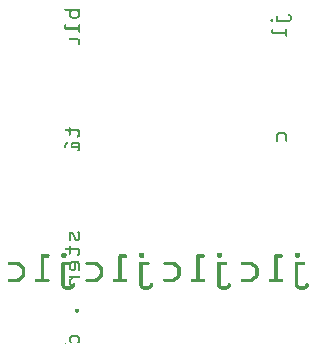
<source format=gbo>
G04 MADE WITH FRITZING*
G04 WWW.FRITZING.ORG*
G04 DOUBLE SIDED*
G04 HOLES PLATED*
G04 CONTOUR ON CENTER OF CONTOUR VECTOR*
%ASAXBY*%
%FSLAX23Y23*%
%MOIN*%
%OFA0B0*%
%SFA1.0B1.0*%
%ADD10R,0.001000X0.001000*%
%LNSILK0*%
G90*
G70*
G54D10*
X241Y4361D02*
X290Y4361D01*
X240Y4360D02*
X291Y4360D01*
X239Y4359D02*
X291Y4359D01*
X239Y4358D02*
X292Y4358D01*
X240Y4357D02*
X291Y4357D01*
X240Y4356D02*
X291Y4356D01*
X242Y4355D02*
X289Y4355D01*
X257Y4354D02*
X266Y4354D01*
X279Y4354D02*
X288Y4354D01*
X257Y4353D02*
X265Y4353D01*
X280Y4353D02*
X289Y4353D01*
X256Y4352D02*
X264Y4352D01*
X281Y4352D02*
X289Y4352D01*
X255Y4351D02*
X263Y4351D01*
X282Y4351D02*
X290Y4351D01*
X255Y4350D02*
X262Y4350D01*
X283Y4350D02*
X291Y4350D01*
X254Y4349D02*
X261Y4349D01*
X284Y4349D02*
X291Y4349D01*
X254Y4348D02*
X261Y4348D01*
X285Y4348D02*
X291Y4348D01*
X254Y4347D02*
X260Y4347D01*
X285Y4347D02*
X291Y4347D01*
X254Y4346D02*
X260Y4346D01*
X286Y4346D02*
X292Y4346D01*
X254Y4345D02*
X260Y4345D01*
X286Y4345D02*
X292Y4345D01*
X254Y4344D02*
X260Y4344D01*
X286Y4344D02*
X292Y4344D01*
X254Y4343D02*
X260Y4343D01*
X286Y4343D02*
X292Y4343D01*
X986Y4343D02*
X989Y4343D01*
X254Y4342D02*
X260Y4342D01*
X286Y4342D02*
X292Y4342D01*
X985Y4342D02*
X991Y4342D01*
X254Y4341D02*
X260Y4341D01*
X286Y4341D02*
X292Y4341D01*
X985Y4341D02*
X993Y4341D01*
X254Y4340D02*
X260Y4340D01*
X286Y4340D02*
X292Y4340D01*
X984Y4340D02*
X994Y4340D01*
X254Y4339D02*
X260Y4339D01*
X285Y4339D02*
X291Y4339D01*
X985Y4339D02*
X994Y4339D01*
X254Y4338D02*
X261Y4338D01*
X285Y4338D02*
X291Y4338D01*
X985Y4338D02*
X995Y4338D01*
X254Y4337D02*
X261Y4337D01*
X284Y4337D02*
X291Y4337D01*
X987Y4337D02*
X995Y4337D01*
X255Y4336D02*
X262Y4336D01*
X283Y4336D02*
X291Y4336D01*
X945Y4336D02*
X948Y4336D01*
X988Y4336D02*
X996Y4336D01*
X255Y4335D02*
X264Y4335D01*
X282Y4335D02*
X290Y4335D01*
X944Y4335D02*
X949Y4335D01*
X990Y4335D02*
X996Y4335D01*
X256Y4334D02*
X289Y4334D01*
X944Y4334D02*
X949Y4334D01*
X990Y4334D02*
X996Y4334D01*
X257Y4333D02*
X288Y4333D01*
X944Y4333D02*
X950Y4333D01*
X990Y4333D02*
X996Y4333D01*
X258Y4332D02*
X288Y4332D01*
X944Y4332D02*
X950Y4332D01*
X990Y4332D02*
X996Y4332D01*
X259Y4331D02*
X287Y4331D01*
X944Y4331D02*
X950Y4331D01*
X990Y4331D02*
X996Y4331D01*
X260Y4330D02*
X286Y4330D01*
X944Y4330D02*
X950Y4330D01*
X990Y4330D02*
X996Y4330D01*
X261Y4329D02*
X284Y4329D01*
X944Y4329D02*
X950Y4329D01*
X990Y4329D02*
X996Y4329D01*
X264Y4328D02*
X282Y4328D01*
X944Y4328D02*
X950Y4328D01*
X990Y4328D02*
X996Y4328D01*
X944Y4327D02*
X950Y4327D01*
X990Y4327D02*
X996Y4327D01*
X928Y4326D02*
X933Y4326D01*
X944Y4326D02*
X950Y4326D01*
X990Y4326D02*
X996Y4326D01*
X927Y4325D02*
X934Y4325D01*
X944Y4325D02*
X950Y4325D01*
X990Y4325D02*
X996Y4325D01*
X926Y4324D02*
X935Y4324D01*
X944Y4324D02*
X950Y4324D01*
X989Y4324D02*
X996Y4324D01*
X926Y4323D02*
X935Y4323D01*
X944Y4323D02*
X995Y4323D01*
X926Y4322D02*
X935Y4322D01*
X944Y4322D02*
X995Y4322D01*
X926Y4321D02*
X935Y4321D01*
X944Y4321D02*
X994Y4321D01*
X926Y4320D02*
X935Y4320D01*
X944Y4320D02*
X994Y4320D01*
X926Y4319D02*
X935Y4319D01*
X944Y4319D02*
X993Y4319D01*
X927Y4318D02*
X935Y4318D01*
X944Y4318D02*
X992Y4318D01*
X928Y4317D02*
X934Y4317D01*
X945Y4317D02*
X990Y4317D01*
X240Y4308D02*
X244Y4308D01*
X287Y4308D02*
X290Y4308D01*
X240Y4307D02*
X245Y4307D01*
X286Y4307D02*
X291Y4307D01*
X239Y4306D02*
X245Y4306D01*
X286Y4306D02*
X292Y4306D01*
X239Y4305D02*
X245Y4305D01*
X286Y4305D02*
X292Y4305D01*
X239Y4304D02*
X245Y4304D01*
X286Y4304D02*
X292Y4304D01*
X239Y4303D02*
X245Y4303D01*
X286Y4303D02*
X292Y4303D01*
X239Y4302D02*
X245Y4302D01*
X286Y4302D02*
X292Y4302D01*
X239Y4301D02*
X245Y4301D01*
X286Y4301D02*
X292Y4301D01*
X239Y4300D02*
X245Y4300D01*
X286Y4300D02*
X292Y4300D01*
X239Y4299D02*
X245Y4299D01*
X286Y4299D02*
X292Y4299D01*
X239Y4298D02*
X292Y4298D01*
X239Y4297D02*
X292Y4297D01*
X239Y4296D02*
X292Y4296D01*
X239Y4295D02*
X292Y4295D01*
X240Y4294D02*
X292Y4294D01*
X240Y4293D02*
X292Y4293D01*
X930Y4293D02*
X934Y4293D01*
X977Y4293D02*
X980Y4293D01*
X242Y4292D02*
X292Y4292D01*
X930Y4292D02*
X935Y4292D01*
X976Y4292D02*
X981Y4292D01*
X286Y4291D02*
X292Y4291D01*
X929Y4291D02*
X935Y4291D01*
X976Y4291D02*
X981Y4291D01*
X286Y4290D02*
X292Y4290D01*
X929Y4290D02*
X935Y4290D01*
X976Y4290D02*
X982Y4290D01*
X286Y4289D02*
X292Y4289D01*
X929Y4289D02*
X935Y4289D01*
X976Y4289D02*
X982Y4289D01*
X286Y4288D02*
X292Y4288D01*
X929Y4288D02*
X935Y4288D01*
X976Y4288D02*
X982Y4288D01*
X286Y4287D02*
X292Y4287D01*
X929Y4287D02*
X935Y4287D01*
X976Y4287D02*
X982Y4287D01*
X286Y4286D02*
X292Y4286D01*
X929Y4286D02*
X935Y4286D01*
X976Y4286D02*
X982Y4286D01*
X286Y4285D02*
X292Y4285D01*
X929Y4285D02*
X935Y4285D01*
X976Y4285D02*
X982Y4285D01*
X286Y4284D02*
X291Y4284D01*
X929Y4284D02*
X935Y4284D01*
X975Y4284D02*
X982Y4284D01*
X287Y4283D02*
X291Y4283D01*
X929Y4283D02*
X982Y4283D01*
X288Y4282D02*
X290Y4282D01*
X929Y4282D02*
X982Y4282D01*
X929Y4281D02*
X982Y4281D01*
X929Y4280D02*
X982Y4280D01*
X929Y4279D02*
X982Y4279D01*
X930Y4278D02*
X982Y4278D01*
X932Y4277D02*
X982Y4277D01*
X976Y4276D02*
X982Y4276D01*
X976Y4275D02*
X982Y4275D01*
X976Y4274D02*
X982Y4274D01*
X976Y4273D02*
X982Y4273D01*
X976Y4272D02*
X982Y4272D01*
X976Y4271D02*
X982Y4271D01*
X976Y4270D02*
X982Y4270D01*
X976Y4269D02*
X981Y4269D01*
X977Y4268D02*
X981Y4268D01*
X978Y4267D02*
X979Y4267D01*
X256Y4262D02*
X284Y4262D01*
X255Y4261D02*
X287Y4261D01*
X254Y4260D02*
X288Y4260D01*
X254Y4259D02*
X289Y4259D01*
X254Y4258D02*
X290Y4258D01*
X254Y4257D02*
X290Y4257D01*
X255Y4256D02*
X291Y4256D01*
X284Y4255D02*
X291Y4255D01*
X285Y4254D02*
X291Y4254D01*
X286Y4253D02*
X292Y4253D01*
X286Y4252D02*
X292Y4252D01*
X286Y4251D02*
X292Y4251D01*
X286Y4250D02*
X292Y4250D01*
X286Y4249D02*
X292Y4249D01*
X286Y4248D02*
X292Y4248D01*
X286Y4247D02*
X291Y4247D01*
X285Y4246D02*
X291Y4246D01*
X284Y4245D02*
X291Y4245D01*
X284Y4244D02*
X291Y4244D01*
X283Y4243D02*
X290Y4243D01*
X284Y4242D02*
X290Y4242D01*
X287Y4241D02*
X289Y4241D01*
X255Y3965D02*
X258Y3965D01*
X254Y3964D02*
X259Y3964D01*
X254Y3963D02*
X260Y3963D01*
X254Y3962D02*
X260Y3962D01*
X254Y3961D02*
X260Y3961D01*
X254Y3960D02*
X260Y3960D01*
X245Y3959D02*
X282Y3959D01*
X243Y3958D02*
X286Y3958D01*
X242Y3957D02*
X287Y3957D01*
X242Y3956D02*
X289Y3956D01*
X242Y3955D02*
X289Y3955D01*
X243Y3954D02*
X290Y3954D01*
X243Y3953D02*
X291Y3953D01*
X253Y3952D02*
X260Y3952D01*
X283Y3952D02*
X291Y3952D01*
X254Y3951D02*
X260Y3951D01*
X285Y3951D02*
X291Y3951D01*
X254Y3950D02*
X260Y3950D01*
X285Y3950D02*
X292Y3950D01*
X955Y3950D02*
X970Y3950D01*
X254Y3949D02*
X260Y3949D01*
X286Y3949D02*
X292Y3949D01*
X953Y3949D02*
X972Y3949D01*
X254Y3948D02*
X260Y3948D01*
X286Y3948D02*
X292Y3948D01*
X952Y3948D02*
X973Y3948D01*
X254Y3947D02*
X260Y3947D01*
X286Y3947D02*
X292Y3947D01*
X951Y3947D02*
X974Y3947D01*
X254Y3946D02*
X260Y3946D01*
X286Y3946D02*
X292Y3946D01*
X950Y3946D02*
X975Y3946D01*
X254Y3945D02*
X260Y3945D01*
X286Y3945D02*
X292Y3945D01*
X949Y3945D02*
X976Y3945D01*
X254Y3944D02*
X260Y3944D01*
X286Y3944D02*
X292Y3944D01*
X948Y3944D02*
X977Y3944D01*
X254Y3943D02*
X260Y3943D01*
X286Y3943D02*
X292Y3943D01*
X947Y3943D02*
X956Y3943D01*
X969Y3943D02*
X978Y3943D01*
X254Y3942D02*
X260Y3942D01*
X286Y3942D02*
X292Y3942D01*
X946Y3942D02*
X955Y3942D01*
X970Y3942D02*
X979Y3942D01*
X254Y3941D02*
X260Y3941D01*
X286Y3941D02*
X292Y3941D01*
X946Y3941D02*
X954Y3941D01*
X971Y3941D02*
X979Y3941D01*
X254Y3940D02*
X260Y3940D01*
X285Y3940D02*
X291Y3940D01*
X945Y3940D02*
X953Y3940D01*
X972Y3940D02*
X980Y3940D01*
X254Y3939D02*
X259Y3939D01*
X283Y3939D02*
X291Y3939D01*
X945Y3939D02*
X952Y3939D01*
X973Y3939D02*
X981Y3939D01*
X255Y3938D02*
X258Y3938D01*
X282Y3938D02*
X291Y3938D01*
X944Y3938D02*
X951Y3938D01*
X974Y3938D02*
X981Y3938D01*
X281Y3937D02*
X290Y3937D01*
X944Y3937D02*
X951Y3937D01*
X975Y3937D02*
X981Y3937D01*
X280Y3936D02*
X290Y3936D01*
X944Y3936D02*
X950Y3936D01*
X975Y3936D02*
X981Y3936D01*
X280Y3935D02*
X289Y3935D01*
X944Y3935D02*
X950Y3935D01*
X976Y3935D02*
X982Y3935D01*
X280Y3934D02*
X287Y3934D01*
X944Y3934D02*
X950Y3934D01*
X976Y3934D02*
X982Y3934D01*
X281Y3933D02*
X286Y3933D01*
X944Y3933D02*
X950Y3933D01*
X976Y3933D02*
X982Y3933D01*
X282Y3932D02*
X284Y3932D01*
X944Y3932D02*
X950Y3932D01*
X976Y3932D02*
X982Y3932D01*
X944Y3931D02*
X950Y3931D01*
X976Y3931D02*
X982Y3931D01*
X944Y3930D02*
X950Y3930D01*
X976Y3930D02*
X982Y3930D01*
X944Y3929D02*
X950Y3929D01*
X976Y3929D02*
X982Y3929D01*
X944Y3928D02*
X950Y3928D01*
X976Y3928D02*
X982Y3928D01*
X944Y3927D02*
X950Y3927D01*
X976Y3927D02*
X982Y3927D01*
X944Y3926D02*
X950Y3926D01*
X976Y3926D02*
X982Y3926D01*
X944Y3925D02*
X950Y3925D01*
X976Y3925D02*
X982Y3925D01*
X944Y3924D02*
X950Y3924D01*
X976Y3924D02*
X982Y3924D01*
X944Y3923D02*
X950Y3923D01*
X976Y3923D02*
X982Y3923D01*
X944Y3922D02*
X950Y3922D01*
X976Y3922D02*
X982Y3922D01*
X944Y3921D02*
X950Y3921D01*
X976Y3921D02*
X982Y3921D01*
X944Y3920D02*
X950Y3920D01*
X976Y3920D02*
X982Y3920D01*
X944Y3919D02*
X949Y3919D01*
X976Y3919D02*
X981Y3919D01*
X945Y3918D02*
X949Y3918D01*
X977Y3918D02*
X981Y3918D01*
X946Y3917D02*
X947Y3917D01*
X978Y3917D02*
X979Y3917D01*
X247Y3916D02*
X249Y3916D01*
X268Y3916D02*
X284Y3916D01*
X245Y3915D02*
X250Y3915D01*
X265Y3915D02*
X286Y3915D01*
X244Y3914D02*
X251Y3914D01*
X264Y3914D02*
X288Y3914D01*
X243Y3913D02*
X251Y3913D01*
X262Y3913D02*
X289Y3913D01*
X242Y3912D02*
X251Y3912D01*
X262Y3912D02*
X290Y3912D01*
X241Y3911D02*
X250Y3911D01*
X261Y3911D02*
X290Y3911D01*
X241Y3910D02*
X249Y3910D01*
X260Y3910D02*
X291Y3910D01*
X240Y3909D02*
X248Y3909D01*
X260Y3909D02*
X267Y3909D01*
X284Y3909D02*
X291Y3909D01*
X240Y3908D02*
X247Y3908D01*
X260Y3908D02*
X266Y3908D01*
X285Y3908D02*
X291Y3908D01*
X240Y3907D02*
X246Y3907D01*
X260Y3907D02*
X266Y3907D01*
X286Y3907D02*
X292Y3907D01*
X239Y3906D02*
X246Y3906D01*
X260Y3906D02*
X265Y3906D01*
X286Y3906D02*
X292Y3906D01*
X239Y3905D02*
X245Y3905D01*
X260Y3905D02*
X265Y3905D01*
X285Y3905D02*
X292Y3905D01*
X239Y3904D02*
X245Y3904D01*
X260Y3904D02*
X265Y3904D01*
X285Y3904D02*
X291Y3904D01*
X239Y3903D02*
X245Y3903D01*
X260Y3903D02*
X266Y3903D01*
X284Y3903D02*
X291Y3903D01*
X239Y3902D02*
X245Y3902D01*
X260Y3902D02*
X291Y3902D01*
X239Y3901D02*
X245Y3901D01*
X260Y3901D02*
X290Y3901D01*
X239Y3900D02*
X245Y3900D01*
X260Y3900D02*
X290Y3900D01*
X239Y3899D02*
X245Y3899D01*
X260Y3899D02*
X289Y3899D01*
X239Y3898D02*
X245Y3898D01*
X260Y3898D02*
X290Y3898D01*
X244Y3897D02*
X245Y3897D01*
X260Y3897D02*
X290Y3897D01*
X990Y3897D02*
X990Y3897D01*
X262Y3896D02*
X291Y3896D01*
X284Y3895D02*
X291Y3895D01*
X285Y3894D02*
X291Y3894D01*
X286Y3893D02*
X292Y3893D01*
X286Y3892D02*
X292Y3892D01*
X285Y3891D02*
X291Y3891D01*
X285Y3890D02*
X291Y3890D01*
X279Y3889D02*
X291Y3889D01*
X281Y3888D02*
X291Y3888D01*
X284Y3887D02*
X290Y3887D01*
X286Y3886D02*
X289Y3886D01*
X288Y3885D02*
X288Y3885D01*
X285Y3619D02*
X286Y3619D01*
X284Y3618D02*
X288Y3618D01*
X265Y3617D02*
X266Y3617D01*
X283Y3617D02*
X289Y3617D01*
X261Y3616D02*
X267Y3616D01*
X283Y3616D02*
X289Y3616D01*
X256Y3615D02*
X268Y3615D01*
X283Y3615D02*
X290Y3615D01*
X255Y3614D02*
X269Y3614D01*
X283Y3614D02*
X290Y3614D01*
X254Y3613D02*
X270Y3613D01*
X284Y3613D02*
X291Y3613D01*
X254Y3612D02*
X270Y3612D01*
X285Y3612D02*
X291Y3612D01*
X254Y3611D02*
X260Y3611D01*
X264Y3611D02*
X271Y3611D01*
X285Y3611D02*
X291Y3611D01*
X254Y3610D02*
X260Y3610D01*
X264Y3610D02*
X271Y3610D01*
X286Y3610D02*
X291Y3610D01*
X254Y3609D02*
X260Y3609D01*
X265Y3609D02*
X271Y3609D01*
X286Y3609D02*
X292Y3609D01*
X254Y3608D02*
X260Y3608D01*
X265Y3608D02*
X272Y3608D01*
X286Y3608D02*
X292Y3608D01*
X254Y3607D02*
X260Y3607D01*
X266Y3607D02*
X272Y3607D01*
X286Y3607D02*
X292Y3607D01*
X254Y3606D02*
X260Y3606D01*
X266Y3606D02*
X273Y3606D01*
X286Y3606D02*
X292Y3606D01*
X254Y3605D02*
X260Y3605D01*
X267Y3605D02*
X273Y3605D01*
X286Y3605D02*
X292Y3605D01*
X254Y3604D02*
X260Y3604D01*
X267Y3604D02*
X274Y3604D01*
X286Y3604D02*
X292Y3604D01*
X254Y3603D02*
X260Y3603D01*
X267Y3603D02*
X274Y3603D01*
X286Y3603D02*
X292Y3603D01*
X254Y3602D02*
X260Y3602D01*
X268Y3602D02*
X274Y3602D01*
X286Y3602D02*
X292Y3602D01*
X254Y3601D02*
X260Y3601D01*
X268Y3601D02*
X275Y3601D01*
X286Y3601D02*
X292Y3601D01*
X254Y3600D02*
X260Y3600D01*
X269Y3600D02*
X275Y3600D01*
X286Y3600D02*
X292Y3600D01*
X254Y3599D02*
X260Y3599D01*
X269Y3599D02*
X276Y3599D01*
X286Y3599D02*
X292Y3599D01*
X254Y3598D02*
X260Y3598D01*
X270Y3598D02*
X276Y3598D01*
X286Y3598D02*
X292Y3598D01*
X254Y3597D02*
X260Y3597D01*
X270Y3597D02*
X277Y3597D01*
X286Y3597D02*
X292Y3597D01*
X254Y3596D02*
X260Y3596D01*
X271Y3596D02*
X277Y3596D01*
X286Y3596D02*
X292Y3596D01*
X254Y3595D02*
X260Y3595D01*
X271Y3595D02*
X277Y3595D01*
X286Y3595D02*
X292Y3595D01*
X254Y3594D02*
X260Y3594D01*
X271Y3594D02*
X278Y3594D01*
X285Y3594D02*
X291Y3594D01*
X254Y3593D02*
X260Y3593D01*
X272Y3593D02*
X279Y3593D01*
X284Y3593D02*
X291Y3593D01*
X254Y3592D02*
X261Y3592D01*
X272Y3592D02*
X291Y3592D01*
X255Y3591D02*
X262Y3591D01*
X273Y3591D02*
X290Y3591D01*
X255Y3590D02*
X262Y3590D01*
X273Y3590D02*
X290Y3590D01*
X256Y3589D02*
X263Y3589D01*
X274Y3589D02*
X289Y3589D01*
X256Y3588D02*
X262Y3588D01*
X275Y3588D02*
X288Y3588D01*
X257Y3587D02*
X262Y3587D01*
X276Y3587D02*
X287Y3587D01*
X260Y3586D02*
X260Y3586D01*
X278Y3586D02*
X285Y3586D01*
X255Y3569D02*
X258Y3569D01*
X254Y3568D02*
X259Y3568D01*
X254Y3567D02*
X260Y3567D01*
X254Y3566D02*
X260Y3566D01*
X254Y3565D02*
X260Y3565D01*
X254Y3564D02*
X260Y3564D01*
X245Y3563D02*
X282Y3563D01*
X243Y3562D02*
X286Y3562D01*
X242Y3561D02*
X287Y3561D01*
X242Y3560D02*
X289Y3560D01*
X242Y3559D02*
X289Y3559D01*
X243Y3558D02*
X290Y3558D01*
X243Y3557D02*
X291Y3557D01*
X253Y3556D02*
X260Y3556D01*
X283Y3556D02*
X291Y3556D01*
X254Y3555D02*
X260Y3555D01*
X285Y3555D02*
X291Y3555D01*
X254Y3554D02*
X260Y3554D01*
X285Y3554D02*
X292Y3554D01*
X254Y3553D02*
X260Y3553D01*
X286Y3553D02*
X292Y3553D01*
X254Y3552D02*
X260Y3552D01*
X286Y3552D02*
X292Y3552D01*
X254Y3551D02*
X260Y3551D01*
X286Y3551D02*
X292Y3551D01*
X254Y3550D02*
X260Y3550D01*
X286Y3550D02*
X292Y3550D01*
X254Y3549D02*
X260Y3549D01*
X286Y3549D02*
X292Y3549D01*
X254Y3548D02*
X260Y3548D01*
X286Y3548D02*
X292Y3548D01*
X232Y3547D02*
X243Y3547D01*
X254Y3547D02*
X260Y3547D01*
X286Y3547D02*
X292Y3547D01*
X491Y3547D02*
X502Y3547D01*
X751Y3547D02*
X762Y3547D01*
X1010Y3547D02*
X1021Y3547D01*
X230Y3546D02*
X244Y3546D01*
X254Y3546D02*
X260Y3546D01*
X286Y3546D02*
X292Y3546D01*
X490Y3546D02*
X503Y3546D01*
X749Y3546D02*
X763Y3546D01*
X1009Y3546D02*
X1022Y3546D01*
X230Y3545D02*
X245Y3545D01*
X254Y3545D02*
X260Y3545D01*
X286Y3545D02*
X292Y3545D01*
X489Y3545D02*
X504Y3545D01*
X749Y3545D02*
X764Y3545D01*
X1008Y3545D02*
X1023Y3545D01*
X229Y3544D02*
X245Y3544D01*
X254Y3544D02*
X260Y3544D01*
X285Y3544D02*
X291Y3544D01*
X488Y3544D02*
X505Y3544D01*
X748Y3544D02*
X764Y3544D01*
X1007Y3544D02*
X1024Y3544D01*
X229Y3543D02*
X246Y3543D01*
X254Y3543D02*
X259Y3543D01*
X284Y3543D02*
X291Y3543D01*
X488Y3543D02*
X505Y3543D01*
X748Y3543D02*
X765Y3543D01*
X1007Y3543D02*
X1024Y3543D01*
X163Y3542D02*
X186Y3542D01*
X229Y3542D02*
X246Y3542D01*
X255Y3542D02*
X258Y3542D01*
X282Y3542D02*
X291Y3542D01*
X423Y3542D02*
X445Y3542D01*
X488Y3542D02*
X505Y3542D01*
X682Y3542D02*
X705Y3542D01*
X748Y3542D02*
X765Y3542D01*
X942Y3542D02*
X964Y3542D01*
X1007Y3542D02*
X1024Y3542D01*
X162Y3541D02*
X187Y3541D01*
X229Y3541D02*
X246Y3541D01*
X281Y3541D02*
X290Y3541D01*
X421Y3541D02*
X446Y3541D01*
X488Y3541D02*
X505Y3541D01*
X681Y3541D02*
X706Y3541D01*
X748Y3541D02*
X765Y3541D01*
X940Y3541D02*
X966Y3541D01*
X1007Y3541D02*
X1024Y3541D01*
X161Y3540D02*
X188Y3540D01*
X229Y3540D02*
X246Y3540D01*
X280Y3540D02*
X290Y3540D01*
X420Y3540D02*
X447Y3540D01*
X488Y3540D02*
X505Y3540D01*
X680Y3540D02*
X707Y3540D01*
X748Y3540D02*
X765Y3540D01*
X939Y3540D02*
X966Y3540D01*
X1007Y3540D02*
X1024Y3540D01*
X160Y3539D02*
X188Y3539D01*
X229Y3539D02*
X246Y3539D01*
X280Y3539D02*
X289Y3539D01*
X420Y3539D02*
X448Y3539D01*
X488Y3539D02*
X505Y3539D01*
X679Y3539D02*
X707Y3539D01*
X748Y3539D02*
X765Y3539D01*
X939Y3539D02*
X967Y3539D01*
X1007Y3539D02*
X1024Y3539D01*
X160Y3538D02*
X189Y3538D01*
X229Y3538D02*
X246Y3538D01*
X280Y3538D02*
X287Y3538D01*
X420Y3538D02*
X448Y3538D01*
X488Y3538D02*
X505Y3538D01*
X679Y3538D02*
X708Y3538D01*
X748Y3538D02*
X765Y3538D01*
X939Y3538D02*
X967Y3538D01*
X1007Y3538D02*
X1024Y3538D01*
X160Y3537D02*
X189Y3537D01*
X229Y3537D02*
X246Y3537D01*
X281Y3537D02*
X286Y3537D01*
X419Y3537D02*
X448Y3537D01*
X488Y3537D02*
X505Y3537D01*
X679Y3537D02*
X708Y3537D01*
X748Y3537D02*
X765Y3537D01*
X938Y3537D02*
X967Y3537D01*
X1007Y3537D02*
X1024Y3537D01*
X160Y3536D02*
X189Y3536D01*
X229Y3536D02*
X246Y3536D01*
X282Y3536D02*
X284Y3536D01*
X419Y3536D02*
X448Y3536D01*
X488Y3536D02*
X505Y3536D01*
X679Y3536D02*
X708Y3536D01*
X748Y3536D02*
X765Y3536D01*
X938Y3536D02*
X967Y3536D01*
X1007Y3536D02*
X1024Y3536D01*
X160Y3535D02*
X188Y3535D01*
X229Y3535D02*
X245Y3535D01*
X419Y3535D02*
X448Y3535D01*
X488Y3535D02*
X505Y3535D01*
X679Y3535D02*
X707Y3535D01*
X748Y3535D02*
X764Y3535D01*
X938Y3535D02*
X967Y3535D01*
X1007Y3535D02*
X1024Y3535D01*
X160Y3534D02*
X188Y3534D01*
X229Y3534D02*
X245Y3534D01*
X419Y3534D02*
X447Y3534D01*
X489Y3534D02*
X504Y3534D01*
X679Y3534D02*
X707Y3534D01*
X748Y3534D02*
X764Y3534D01*
X938Y3534D02*
X966Y3534D01*
X1008Y3534D02*
X1023Y3534D01*
X160Y3533D02*
X187Y3533D01*
X230Y3533D02*
X244Y3533D01*
X419Y3533D02*
X447Y3533D01*
X490Y3533D02*
X504Y3533D01*
X679Y3533D02*
X706Y3533D01*
X749Y3533D02*
X763Y3533D01*
X938Y3533D02*
X966Y3533D01*
X1009Y3533D02*
X1023Y3533D01*
X160Y3532D02*
X186Y3532D01*
X231Y3532D02*
X243Y3532D01*
X419Y3532D02*
X446Y3532D01*
X491Y3532D02*
X503Y3532D01*
X679Y3532D02*
X705Y3532D01*
X750Y3532D02*
X762Y3532D01*
X938Y3532D02*
X965Y3532D01*
X1010Y3532D02*
X1022Y3532D01*
X160Y3531D02*
X184Y3531D01*
X233Y3531D02*
X241Y3531D01*
X419Y3531D02*
X444Y3531D01*
X493Y3531D02*
X501Y3531D01*
X679Y3531D02*
X703Y3531D01*
X752Y3531D02*
X760Y3531D01*
X938Y3531D02*
X963Y3531D01*
X1012Y3531D02*
X1020Y3531D01*
X160Y3530D02*
X171Y3530D01*
X419Y3530D02*
X430Y3530D01*
X679Y3530D02*
X690Y3530D01*
X938Y3530D02*
X950Y3530D01*
X160Y3529D02*
X171Y3529D01*
X419Y3529D02*
X430Y3529D01*
X679Y3529D02*
X690Y3529D01*
X938Y3529D02*
X950Y3529D01*
X160Y3528D02*
X171Y3528D01*
X419Y3528D02*
X430Y3528D01*
X679Y3528D02*
X690Y3528D01*
X938Y3528D02*
X950Y3528D01*
X160Y3527D02*
X171Y3527D01*
X419Y3527D02*
X430Y3527D01*
X679Y3527D02*
X690Y3527D01*
X938Y3527D02*
X950Y3527D01*
X160Y3526D02*
X171Y3526D01*
X419Y3526D02*
X430Y3526D01*
X679Y3526D02*
X690Y3526D01*
X938Y3526D02*
X950Y3526D01*
X160Y3525D02*
X171Y3525D01*
X419Y3525D02*
X430Y3525D01*
X679Y3525D02*
X690Y3525D01*
X938Y3525D02*
X950Y3525D01*
X160Y3524D02*
X171Y3524D01*
X419Y3524D02*
X430Y3524D01*
X679Y3524D02*
X690Y3524D01*
X938Y3524D02*
X950Y3524D01*
X160Y3523D02*
X171Y3523D01*
X419Y3523D02*
X430Y3523D01*
X679Y3523D02*
X690Y3523D01*
X938Y3523D02*
X950Y3523D01*
X160Y3522D02*
X171Y3522D01*
X419Y3522D02*
X430Y3522D01*
X679Y3522D02*
X690Y3522D01*
X938Y3522D02*
X950Y3522D01*
X160Y3521D02*
X171Y3521D01*
X419Y3521D02*
X430Y3521D01*
X679Y3521D02*
X690Y3521D01*
X938Y3521D02*
X950Y3521D01*
X160Y3520D02*
X171Y3520D01*
X264Y3520D02*
X282Y3520D01*
X419Y3520D02*
X430Y3520D01*
X679Y3520D02*
X690Y3520D01*
X938Y3520D02*
X950Y3520D01*
X160Y3519D02*
X171Y3519D01*
X262Y3519D02*
X284Y3519D01*
X419Y3519D02*
X430Y3519D01*
X679Y3519D02*
X690Y3519D01*
X938Y3519D02*
X950Y3519D01*
X160Y3518D02*
X171Y3518D01*
X260Y3518D02*
X286Y3518D01*
X419Y3518D02*
X430Y3518D01*
X679Y3518D02*
X690Y3518D01*
X938Y3518D02*
X950Y3518D01*
X53Y3517D02*
X84Y3517D01*
X160Y3517D02*
X171Y3517D01*
X232Y3517D02*
X287Y3517D01*
X313Y3517D02*
X344Y3517D01*
X419Y3517D02*
X430Y3517D01*
X492Y3517D02*
X519Y3517D01*
X572Y3517D02*
X603Y3517D01*
X679Y3517D02*
X690Y3517D01*
X751Y3517D02*
X779Y3517D01*
X832Y3517D02*
X863Y3517D01*
X938Y3517D02*
X950Y3517D01*
X1011Y3517D02*
X1038Y3517D01*
X52Y3516D02*
X87Y3516D01*
X160Y3516D02*
X171Y3516D01*
X231Y3516D02*
X288Y3516D01*
X311Y3516D02*
X347Y3516D01*
X419Y3516D02*
X430Y3516D01*
X490Y3516D02*
X521Y3516D01*
X571Y3516D02*
X606Y3516D01*
X679Y3516D02*
X690Y3516D01*
X750Y3516D02*
X780Y3516D01*
X830Y3516D02*
X866Y3516D01*
X938Y3516D02*
X950Y3516D01*
X1009Y3516D02*
X1040Y3516D01*
X51Y3515D02*
X90Y3515D01*
X160Y3515D02*
X171Y3515D01*
X230Y3515D02*
X288Y3515D01*
X310Y3515D02*
X349Y3515D01*
X419Y3515D02*
X430Y3515D01*
X489Y3515D02*
X522Y3515D01*
X570Y3515D02*
X609Y3515D01*
X679Y3515D02*
X690Y3515D01*
X749Y3515D02*
X781Y3515D01*
X829Y3515D02*
X868Y3515D01*
X938Y3515D02*
X950Y3515D01*
X1008Y3515D02*
X1041Y3515D01*
X50Y3514D02*
X91Y3514D01*
X160Y3514D02*
X171Y3514D01*
X229Y3514D02*
X289Y3514D01*
X310Y3514D02*
X351Y3514D01*
X419Y3514D02*
X430Y3514D01*
X489Y3514D02*
X522Y3514D01*
X569Y3514D02*
X610Y3514D01*
X679Y3514D02*
X690Y3514D01*
X748Y3514D02*
X782Y3514D01*
X829Y3514D02*
X870Y3514D01*
X938Y3514D02*
X950Y3514D01*
X1008Y3514D02*
X1041Y3514D01*
X50Y3513D02*
X93Y3513D01*
X160Y3513D02*
X171Y3513D01*
X229Y3513D02*
X264Y3513D01*
X270Y3513D02*
X276Y3513D01*
X281Y3513D02*
X290Y3513D01*
X309Y3513D02*
X352Y3513D01*
X419Y3513D02*
X430Y3513D01*
X488Y3513D02*
X523Y3513D01*
X569Y3513D02*
X612Y3513D01*
X679Y3513D02*
X690Y3513D01*
X748Y3513D02*
X782Y3513D01*
X828Y3513D02*
X871Y3513D01*
X938Y3513D02*
X950Y3513D01*
X1007Y3513D02*
X1042Y3513D01*
X50Y3512D02*
X94Y3512D01*
X160Y3512D02*
X171Y3512D01*
X229Y3512D02*
X263Y3512D01*
X270Y3512D02*
X276Y3512D01*
X283Y3512D02*
X290Y3512D01*
X309Y3512D02*
X353Y3512D01*
X419Y3512D02*
X430Y3512D01*
X488Y3512D02*
X523Y3512D01*
X569Y3512D02*
X613Y3512D01*
X679Y3512D02*
X690Y3512D01*
X748Y3512D02*
X782Y3512D01*
X828Y3512D02*
X872Y3512D01*
X938Y3512D02*
X950Y3512D01*
X1007Y3512D02*
X1042Y3512D01*
X50Y3511D02*
X95Y3511D01*
X160Y3511D02*
X171Y3511D01*
X229Y3511D02*
X263Y3511D01*
X270Y3511D02*
X276Y3511D01*
X284Y3511D02*
X291Y3511D01*
X309Y3511D02*
X354Y3511D01*
X419Y3511D02*
X430Y3511D01*
X488Y3511D02*
X523Y3511D01*
X569Y3511D02*
X614Y3511D01*
X679Y3511D02*
X690Y3511D01*
X748Y3511D02*
X782Y3511D01*
X828Y3511D02*
X873Y3511D01*
X938Y3511D02*
X950Y3511D01*
X1007Y3511D02*
X1042Y3511D01*
X50Y3510D02*
X96Y3510D01*
X160Y3510D02*
X171Y3510D01*
X229Y3510D02*
X263Y3510D01*
X270Y3510D02*
X276Y3510D01*
X285Y3510D02*
X291Y3510D01*
X309Y3510D02*
X356Y3510D01*
X419Y3510D02*
X430Y3510D01*
X488Y3510D02*
X523Y3510D01*
X569Y3510D02*
X615Y3510D01*
X679Y3510D02*
X690Y3510D01*
X748Y3510D02*
X782Y3510D01*
X828Y3510D02*
X875Y3510D01*
X938Y3510D02*
X950Y3510D01*
X1007Y3510D02*
X1042Y3510D01*
X50Y3509D02*
X97Y3509D01*
X160Y3509D02*
X171Y3509D01*
X229Y3509D02*
X263Y3509D01*
X270Y3509D02*
X276Y3509D01*
X285Y3509D02*
X291Y3509D01*
X310Y3509D02*
X357Y3509D01*
X419Y3509D02*
X430Y3509D01*
X488Y3509D02*
X522Y3509D01*
X569Y3509D02*
X616Y3509D01*
X679Y3509D02*
X690Y3509D01*
X748Y3509D02*
X782Y3509D01*
X829Y3509D02*
X876Y3509D01*
X938Y3509D02*
X950Y3509D01*
X1007Y3509D02*
X1041Y3509D01*
X51Y3508D02*
X98Y3508D01*
X160Y3508D02*
X171Y3508D01*
X229Y3508D02*
X262Y3508D01*
X270Y3508D02*
X276Y3508D01*
X286Y3508D02*
X292Y3508D01*
X310Y3508D02*
X358Y3508D01*
X419Y3508D02*
X430Y3508D01*
X488Y3508D02*
X522Y3508D01*
X570Y3508D02*
X617Y3508D01*
X679Y3508D02*
X690Y3508D01*
X748Y3508D02*
X781Y3508D01*
X829Y3508D02*
X877Y3508D01*
X938Y3508D02*
X950Y3508D01*
X1007Y3508D02*
X1041Y3508D01*
X52Y3507D02*
X99Y3507D01*
X160Y3507D02*
X171Y3507D01*
X229Y3507D02*
X261Y3507D01*
X270Y3507D02*
X276Y3507D01*
X286Y3507D02*
X292Y3507D01*
X311Y3507D02*
X359Y3507D01*
X419Y3507D02*
X430Y3507D01*
X488Y3507D02*
X521Y3507D01*
X571Y3507D02*
X618Y3507D01*
X679Y3507D02*
X690Y3507D01*
X748Y3507D02*
X780Y3507D01*
X830Y3507D02*
X878Y3507D01*
X938Y3507D02*
X950Y3507D01*
X1007Y3507D02*
X1040Y3507D01*
X53Y3506D02*
X100Y3506D01*
X160Y3506D02*
X171Y3506D01*
X229Y3506D02*
X260Y3506D01*
X270Y3506D02*
X276Y3506D01*
X286Y3506D02*
X292Y3506D01*
X313Y3506D02*
X360Y3506D01*
X419Y3506D02*
X430Y3506D01*
X488Y3506D02*
X519Y3506D01*
X572Y3506D02*
X619Y3506D01*
X679Y3506D02*
X690Y3506D01*
X748Y3506D02*
X779Y3506D01*
X832Y3506D02*
X879Y3506D01*
X938Y3506D02*
X950Y3506D01*
X1007Y3506D02*
X1038Y3506D01*
X83Y3505D02*
X101Y3505D01*
X160Y3505D02*
X171Y3505D01*
X229Y3505D02*
X240Y3505D01*
X254Y3505D02*
X260Y3505D01*
X270Y3505D02*
X276Y3505D01*
X286Y3505D02*
X292Y3505D01*
X343Y3505D02*
X361Y3505D01*
X419Y3505D02*
X430Y3505D01*
X488Y3505D02*
X499Y3505D01*
X602Y3505D02*
X620Y3505D01*
X679Y3505D02*
X690Y3505D01*
X748Y3505D02*
X759Y3505D01*
X862Y3505D02*
X880Y3505D01*
X938Y3505D02*
X950Y3505D01*
X1007Y3505D02*
X1018Y3505D01*
X85Y3504D02*
X102Y3504D01*
X160Y3504D02*
X171Y3504D01*
X229Y3504D02*
X240Y3504D01*
X254Y3504D02*
X260Y3504D01*
X270Y3504D02*
X276Y3504D01*
X286Y3504D02*
X292Y3504D01*
X344Y3504D02*
X362Y3504D01*
X419Y3504D02*
X430Y3504D01*
X488Y3504D02*
X499Y3504D01*
X604Y3504D02*
X621Y3504D01*
X679Y3504D02*
X690Y3504D01*
X748Y3504D02*
X759Y3504D01*
X863Y3504D02*
X881Y3504D01*
X938Y3504D02*
X950Y3504D01*
X1007Y3504D02*
X1018Y3504D01*
X86Y3503D02*
X103Y3503D01*
X160Y3503D02*
X171Y3503D01*
X229Y3503D02*
X240Y3503D01*
X254Y3503D02*
X260Y3503D01*
X270Y3503D02*
X276Y3503D01*
X286Y3503D02*
X292Y3503D01*
X345Y3503D02*
X363Y3503D01*
X419Y3503D02*
X430Y3503D01*
X488Y3503D02*
X499Y3503D01*
X605Y3503D02*
X622Y3503D01*
X679Y3503D02*
X690Y3503D01*
X748Y3503D02*
X759Y3503D01*
X864Y3503D02*
X882Y3503D01*
X938Y3503D02*
X950Y3503D01*
X1007Y3503D02*
X1018Y3503D01*
X87Y3502D02*
X104Y3502D01*
X160Y3502D02*
X171Y3502D01*
X229Y3502D02*
X240Y3502D01*
X254Y3502D02*
X260Y3502D01*
X270Y3502D02*
X276Y3502D01*
X286Y3502D02*
X292Y3502D01*
X347Y3502D02*
X364Y3502D01*
X419Y3502D02*
X430Y3502D01*
X488Y3502D02*
X499Y3502D01*
X606Y3502D02*
X623Y3502D01*
X679Y3502D02*
X690Y3502D01*
X748Y3502D02*
X759Y3502D01*
X866Y3502D02*
X883Y3502D01*
X938Y3502D02*
X950Y3502D01*
X1007Y3502D02*
X1018Y3502D01*
X88Y3501D02*
X105Y3501D01*
X160Y3501D02*
X171Y3501D01*
X229Y3501D02*
X240Y3501D01*
X254Y3501D02*
X260Y3501D01*
X270Y3501D02*
X276Y3501D01*
X286Y3501D02*
X292Y3501D01*
X348Y3501D02*
X364Y3501D01*
X419Y3501D02*
X430Y3501D01*
X488Y3501D02*
X499Y3501D01*
X607Y3501D02*
X624Y3501D01*
X679Y3501D02*
X690Y3501D01*
X748Y3501D02*
X759Y3501D01*
X867Y3501D02*
X883Y3501D01*
X938Y3501D02*
X950Y3501D01*
X1007Y3501D02*
X1018Y3501D01*
X89Y3500D02*
X106Y3500D01*
X160Y3500D02*
X171Y3500D01*
X229Y3500D02*
X240Y3500D01*
X254Y3500D02*
X260Y3500D01*
X270Y3500D02*
X276Y3500D01*
X286Y3500D02*
X292Y3500D01*
X349Y3500D02*
X365Y3500D01*
X419Y3500D02*
X430Y3500D01*
X488Y3500D02*
X499Y3500D01*
X608Y3500D02*
X625Y3500D01*
X679Y3500D02*
X690Y3500D01*
X748Y3500D02*
X759Y3500D01*
X868Y3500D02*
X884Y3500D01*
X938Y3500D02*
X950Y3500D01*
X1007Y3500D02*
X1018Y3500D01*
X91Y3499D02*
X106Y3499D01*
X160Y3499D02*
X171Y3499D01*
X229Y3499D02*
X240Y3499D01*
X254Y3499D02*
X260Y3499D01*
X270Y3499D02*
X276Y3499D01*
X286Y3499D02*
X292Y3499D01*
X350Y3499D02*
X366Y3499D01*
X419Y3499D02*
X430Y3499D01*
X488Y3499D02*
X499Y3499D01*
X610Y3499D02*
X625Y3499D01*
X679Y3499D02*
X690Y3499D01*
X748Y3499D02*
X759Y3499D01*
X869Y3499D02*
X885Y3499D01*
X938Y3499D02*
X950Y3499D01*
X1007Y3499D02*
X1018Y3499D01*
X92Y3498D02*
X107Y3498D01*
X160Y3498D02*
X171Y3498D01*
X229Y3498D02*
X240Y3498D01*
X254Y3498D02*
X260Y3498D01*
X270Y3498D02*
X276Y3498D01*
X286Y3498D02*
X292Y3498D01*
X351Y3498D02*
X366Y3498D01*
X419Y3498D02*
X430Y3498D01*
X488Y3498D02*
X499Y3498D01*
X611Y3498D02*
X626Y3498D01*
X679Y3498D02*
X690Y3498D01*
X748Y3498D02*
X759Y3498D01*
X870Y3498D02*
X885Y3498D01*
X938Y3498D02*
X950Y3498D01*
X1007Y3498D02*
X1018Y3498D01*
X93Y3497D02*
X107Y3497D01*
X160Y3497D02*
X171Y3497D01*
X229Y3497D02*
X240Y3497D01*
X254Y3497D02*
X260Y3497D01*
X270Y3497D02*
X276Y3497D01*
X286Y3497D02*
X292Y3497D01*
X352Y3497D02*
X367Y3497D01*
X419Y3497D02*
X430Y3497D01*
X488Y3497D02*
X499Y3497D01*
X612Y3497D02*
X626Y3497D01*
X679Y3497D02*
X690Y3497D01*
X748Y3497D02*
X759Y3497D01*
X871Y3497D02*
X886Y3497D01*
X938Y3497D02*
X950Y3497D01*
X1007Y3497D02*
X1018Y3497D01*
X94Y3496D02*
X107Y3496D01*
X160Y3496D02*
X171Y3496D01*
X229Y3496D02*
X240Y3496D01*
X254Y3496D02*
X261Y3496D01*
X270Y3496D02*
X276Y3496D01*
X286Y3496D02*
X292Y3496D01*
X354Y3496D02*
X367Y3496D01*
X419Y3496D02*
X430Y3496D01*
X488Y3496D02*
X499Y3496D01*
X613Y3496D02*
X626Y3496D01*
X679Y3496D02*
X690Y3496D01*
X748Y3496D02*
X759Y3496D01*
X873Y3496D02*
X886Y3496D01*
X938Y3496D02*
X950Y3496D01*
X1007Y3496D02*
X1018Y3496D01*
X95Y3495D02*
X108Y3495D01*
X160Y3495D02*
X171Y3495D01*
X229Y3495D02*
X240Y3495D01*
X255Y3495D02*
X262Y3495D01*
X270Y3495D02*
X276Y3495D01*
X286Y3495D02*
X292Y3495D01*
X355Y3495D02*
X367Y3495D01*
X419Y3495D02*
X430Y3495D01*
X488Y3495D02*
X499Y3495D01*
X614Y3495D02*
X627Y3495D01*
X679Y3495D02*
X690Y3495D01*
X748Y3495D02*
X759Y3495D01*
X874Y3495D02*
X886Y3495D01*
X938Y3495D02*
X950Y3495D01*
X1007Y3495D02*
X1018Y3495D01*
X96Y3494D02*
X108Y3494D01*
X160Y3494D02*
X171Y3494D01*
X229Y3494D02*
X240Y3494D01*
X255Y3494D02*
X263Y3494D01*
X270Y3494D02*
X276Y3494D01*
X286Y3494D02*
X292Y3494D01*
X356Y3494D02*
X367Y3494D01*
X419Y3494D02*
X430Y3494D01*
X488Y3494D02*
X499Y3494D01*
X615Y3494D02*
X627Y3494D01*
X679Y3494D02*
X690Y3494D01*
X748Y3494D02*
X759Y3494D01*
X875Y3494D02*
X886Y3494D01*
X938Y3494D02*
X950Y3494D01*
X1007Y3494D02*
X1018Y3494D01*
X97Y3493D02*
X108Y3493D01*
X160Y3493D02*
X171Y3493D01*
X229Y3493D02*
X240Y3493D01*
X256Y3493D02*
X276Y3493D01*
X286Y3493D02*
X292Y3493D01*
X356Y3493D02*
X367Y3493D01*
X419Y3493D02*
X430Y3493D01*
X488Y3493D02*
X499Y3493D01*
X616Y3493D02*
X627Y3493D01*
X679Y3493D02*
X690Y3493D01*
X748Y3493D02*
X759Y3493D01*
X875Y3493D02*
X886Y3493D01*
X938Y3493D02*
X950Y3493D01*
X1007Y3493D02*
X1018Y3493D01*
X97Y3492D02*
X108Y3492D01*
X160Y3492D02*
X171Y3492D01*
X229Y3492D02*
X240Y3492D01*
X256Y3492D02*
X276Y3492D01*
X286Y3492D02*
X292Y3492D01*
X356Y3492D02*
X368Y3492D01*
X419Y3492D02*
X430Y3492D01*
X488Y3492D02*
X499Y3492D01*
X616Y3492D02*
X627Y3492D01*
X679Y3492D02*
X690Y3492D01*
X748Y3492D02*
X759Y3492D01*
X875Y3492D02*
X887Y3492D01*
X938Y3492D02*
X950Y3492D01*
X1007Y3492D02*
X1018Y3492D01*
X97Y3491D02*
X108Y3491D01*
X160Y3491D02*
X171Y3491D01*
X229Y3491D02*
X240Y3491D01*
X257Y3491D02*
X276Y3491D01*
X286Y3491D02*
X292Y3491D01*
X357Y3491D02*
X368Y3491D01*
X419Y3491D02*
X430Y3491D01*
X488Y3491D02*
X499Y3491D01*
X616Y3491D02*
X627Y3491D01*
X679Y3491D02*
X690Y3491D01*
X748Y3491D02*
X759Y3491D01*
X876Y3491D02*
X887Y3491D01*
X938Y3491D02*
X950Y3491D01*
X1007Y3491D02*
X1018Y3491D01*
X97Y3490D02*
X108Y3490D01*
X160Y3490D02*
X171Y3490D01*
X229Y3490D02*
X240Y3490D01*
X258Y3490D02*
X276Y3490D01*
X286Y3490D02*
X292Y3490D01*
X357Y3490D02*
X368Y3490D01*
X419Y3490D02*
X430Y3490D01*
X488Y3490D02*
X499Y3490D01*
X616Y3490D02*
X627Y3490D01*
X679Y3490D02*
X690Y3490D01*
X748Y3490D02*
X759Y3490D01*
X876Y3490D02*
X887Y3490D01*
X938Y3490D02*
X950Y3490D01*
X1007Y3490D02*
X1018Y3490D01*
X97Y3489D02*
X108Y3489D01*
X160Y3489D02*
X171Y3489D01*
X229Y3489D02*
X240Y3489D01*
X259Y3489D02*
X276Y3489D01*
X286Y3489D02*
X291Y3489D01*
X357Y3489D02*
X368Y3489D01*
X419Y3489D02*
X430Y3489D01*
X488Y3489D02*
X499Y3489D01*
X616Y3489D02*
X627Y3489D01*
X679Y3489D02*
X690Y3489D01*
X748Y3489D02*
X759Y3489D01*
X876Y3489D02*
X887Y3489D01*
X938Y3489D02*
X950Y3489D01*
X1007Y3489D02*
X1018Y3489D01*
X97Y3488D02*
X108Y3488D01*
X160Y3488D02*
X171Y3488D01*
X229Y3488D02*
X240Y3488D01*
X261Y3488D02*
X275Y3488D01*
X286Y3488D02*
X291Y3488D01*
X357Y3488D02*
X368Y3488D01*
X419Y3488D02*
X430Y3488D01*
X488Y3488D02*
X499Y3488D01*
X616Y3488D02*
X627Y3488D01*
X679Y3488D02*
X690Y3488D01*
X748Y3488D02*
X759Y3488D01*
X876Y3488D02*
X887Y3488D01*
X938Y3488D02*
X950Y3488D01*
X1007Y3488D02*
X1018Y3488D01*
X97Y3487D02*
X108Y3487D01*
X160Y3487D02*
X171Y3487D01*
X229Y3487D02*
X240Y3487D01*
X262Y3487D02*
X274Y3487D01*
X287Y3487D02*
X290Y3487D01*
X357Y3487D02*
X368Y3487D01*
X419Y3487D02*
X430Y3487D01*
X488Y3487D02*
X499Y3487D01*
X616Y3487D02*
X627Y3487D01*
X679Y3487D02*
X690Y3487D01*
X748Y3487D02*
X759Y3487D01*
X876Y3487D02*
X887Y3487D01*
X938Y3487D02*
X950Y3487D01*
X1007Y3487D02*
X1018Y3487D01*
X97Y3486D02*
X108Y3486D01*
X160Y3486D02*
X171Y3486D01*
X229Y3486D02*
X240Y3486D01*
X357Y3486D02*
X368Y3486D01*
X419Y3486D02*
X430Y3486D01*
X488Y3486D02*
X499Y3486D01*
X616Y3486D02*
X627Y3486D01*
X679Y3486D02*
X690Y3486D01*
X748Y3486D02*
X759Y3486D01*
X876Y3486D02*
X887Y3486D01*
X938Y3486D02*
X950Y3486D01*
X1007Y3486D02*
X1018Y3486D01*
X97Y3485D02*
X108Y3485D01*
X160Y3485D02*
X171Y3485D01*
X229Y3485D02*
X240Y3485D01*
X357Y3485D02*
X368Y3485D01*
X419Y3485D02*
X430Y3485D01*
X488Y3485D02*
X499Y3485D01*
X616Y3485D02*
X627Y3485D01*
X679Y3485D02*
X690Y3485D01*
X748Y3485D02*
X759Y3485D01*
X876Y3485D02*
X887Y3485D01*
X938Y3485D02*
X950Y3485D01*
X1007Y3485D02*
X1018Y3485D01*
X97Y3484D02*
X108Y3484D01*
X160Y3484D02*
X171Y3484D01*
X229Y3484D02*
X240Y3484D01*
X357Y3484D02*
X368Y3484D01*
X419Y3484D02*
X430Y3484D01*
X488Y3484D02*
X499Y3484D01*
X616Y3484D02*
X627Y3484D01*
X679Y3484D02*
X690Y3484D01*
X748Y3484D02*
X759Y3484D01*
X876Y3484D02*
X887Y3484D01*
X938Y3484D02*
X950Y3484D01*
X1007Y3484D02*
X1018Y3484D01*
X97Y3483D02*
X108Y3483D01*
X160Y3483D02*
X171Y3483D01*
X229Y3483D02*
X240Y3483D01*
X357Y3483D02*
X368Y3483D01*
X419Y3483D02*
X430Y3483D01*
X488Y3483D02*
X499Y3483D01*
X616Y3483D02*
X627Y3483D01*
X679Y3483D02*
X690Y3483D01*
X748Y3483D02*
X759Y3483D01*
X876Y3483D02*
X887Y3483D01*
X938Y3483D02*
X950Y3483D01*
X1007Y3483D02*
X1018Y3483D01*
X97Y3482D02*
X108Y3482D01*
X160Y3482D02*
X171Y3482D01*
X229Y3482D02*
X240Y3482D01*
X357Y3482D02*
X368Y3482D01*
X419Y3482D02*
X430Y3482D01*
X488Y3482D02*
X499Y3482D01*
X616Y3482D02*
X627Y3482D01*
X679Y3482D02*
X690Y3482D01*
X748Y3482D02*
X759Y3482D01*
X876Y3482D02*
X887Y3482D01*
X938Y3482D02*
X950Y3482D01*
X1007Y3482D02*
X1018Y3482D01*
X97Y3481D02*
X108Y3481D01*
X160Y3481D02*
X171Y3481D01*
X229Y3481D02*
X240Y3481D01*
X357Y3481D02*
X368Y3481D01*
X419Y3481D02*
X430Y3481D01*
X488Y3481D02*
X499Y3481D01*
X616Y3481D02*
X627Y3481D01*
X679Y3481D02*
X690Y3481D01*
X748Y3481D02*
X759Y3481D01*
X876Y3481D02*
X887Y3481D01*
X938Y3481D02*
X950Y3481D01*
X1007Y3481D02*
X1018Y3481D01*
X97Y3480D02*
X108Y3480D01*
X160Y3480D02*
X171Y3480D01*
X229Y3480D02*
X240Y3480D01*
X357Y3480D02*
X368Y3480D01*
X419Y3480D02*
X430Y3480D01*
X488Y3480D02*
X499Y3480D01*
X616Y3480D02*
X627Y3480D01*
X679Y3480D02*
X690Y3480D01*
X748Y3480D02*
X759Y3480D01*
X876Y3480D02*
X887Y3480D01*
X938Y3480D02*
X950Y3480D01*
X1007Y3480D02*
X1018Y3480D01*
X97Y3479D02*
X108Y3479D01*
X160Y3479D02*
X171Y3479D01*
X229Y3479D02*
X240Y3479D01*
X357Y3479D02*
X368Y3479D01*
X419Y3479D02*
X430Y3479D01*
X488Y3479D02*
X499Y3479D01*
X616Y3479D02*
X627Y3479D01*
X679Y3479D02*
X690Y3479D01*
X748Y3479D02*
X759Y3479D01*
X876Y3479D02*
X887Y3479D01*
X938Y3479D02*
X950Y3479D01*
X1007Y3479D02*
X1018Y3479D01*
X97Y3478D02*
X108Y3478D01*
X160Y3478D02*
X171Y3478D01*
X229Y3478D02*
X240Y3478D01*
X357Y3478D02*
X368Y3478D01*
X419Y3478D02*
X430Y3478D01*
X488Y3478D02*
X499Y3478D01*
X616Y3478D02*
X627Y3478D01*
X679Y3478D02*
X690Y3478D01*
X748Y3478D02*
X759Y3478D01*
X876Y3478D02*
X887Y3478D01*
X938Y3478D02*
X950Y3478D01*
X1007Y3478D02*
X1018Y3478D01*
X97Y3477D02*
X108Y3477D01*
X160Y3477D02*
X171Y3477D01*
X229Y3477D02*
X240Y3477D01*
X357Y3477D02*
X368Y3477D01*
X419Y3477D02*
X430Y3477D01*
X488Y3477D02*
X499Y3477D01*
X616Y3477D02*
X627Y3477D01*
X679Y3477D02*
X690Y3477D01*
X748Y3477D02*
X759Y3477D01*
X876Y3477D02*
X887Y3477D01*
X938Y3477D02*
X950Y3477D01*
X1007Y3477D02*
X1018Y3477D01*
X97Y3476D02*
X108Y3476D01*
X160Y3476D02*
X171Y3476D01*
X229Y3476D02*
X240Y3476D01*
X357Y3476D02*
X368Y3476D01*
X419Y3476D02*
X430Y3476D01*
X488Y3476D02*
X499Y3476D01*
X616Y3476D02*
X627Y3476D01*
X679Y3476D02*
X690Y3476D01*
X748Y3476D02*
X759Y3476D01*
X876Y3476D02*
X887Y3476D01*
X938Y3476D02*
X950Y3476D01*
X1007Y3476D02*
X1018Y3476D01*
X97Y3475D02*
X108Y3475D01*
X160Y3475D02*
X171Y3475D01*
X229Y3475D02*
X240Y3475D01*
X356Y3475D02*
X368Y3475D01*
X419Y3475D02*
X430Y3475D01*
X488Y3475D02*
X499Y3475D01*
X616Y3475D02*
X627Y3475D01*
X679Y3475D02*
X690Y3475D01*
X748Y3475D02*
X759Y3475D01*
X875Y3475D02*
X887Y3475D01*
X938Y3475D02*
X950Y3475D01*
X1007Y3475D02*
X1018Y3475D01*
X97Y3474D02*
X108Y3474D01*
X160Y3474D02*
X171Y3474D01*
X229Y3474D02*
X240Y3474D01*
X356Y3474D02*
X367Y3474D01*
X419Y3474D02*
X430Y3474D01*
X488Y3474D02*
X499Y3474D01*
X616Y3474D02*
X627Y3474D01*
X679Y3474D02*
X690Y3474D01*
X748Y3474D02*
X759Y3474D01*
X875Y3474D02*
X886Y3474D01*
X938Y3474D02*
X950Y3474D01*
X1007Y3474D02*
X1018Y3474D01*
X96Y3473D02*
X108Y3473D01*
X160Y3473D02*
X171Y3473D01*
X229Y3473D02*
X240Y3473D01*
X356Y3473D02*
X367Y3473D01*
X419Y3473D02*
X430Y3473D01*
X488Y3473D02*
X499Y3473D01*
X615Y3473D02*
X627Y3473D01*
X679Y3473D02*
X690Y3473D01*
X748Y3473D02*
X759Y3473D01*
X875Y3473D02*
X886Y3473D01*
X938Y3473D02*
X950Y3473D01*
X1007Y3473D02*
X1018Y3473D01*
X95Y3472D02*
X108Y3472D01*
X160Y3472D02*
X171Y3472D01*
X229Y3472D02*
X240Y3472D01*
X355Y3472D02*
X367Y3472D01*
X419Y3472D02*
X430Y3472D01*
X488Y3472D02*
X499Y3472D01*
X614Y3472D02*
X627Y3472D01*
X679Y3472D02*
X690Y3472D01*
X748Y3472D02*
X759Y3472D01*
X874Y3472D02*
X886Y3472D01*
X938Y3472D02*
X950Y3472D01*
X1007Y3472D02*
X1018Y3472D01*
X94Y3471D02*
X107Y3471D01*
X160Y3471D02*
X171Y3471D01*
X229Y3471D02*
X240Y3471D01*
X354Y3471D02*
X367Y3471D01*
X419Y3471D02*
X430Y3471D01*
X488Y3471D02*
X499Y3471D01*
X613Y3471D02*
X626Y3471D01*
X679Y3471D02*
X690Y3471D01*
X748Y3471D02*
X759Y3471D01*
X873Y3471D02*
X886Y3471D01*
X938Y3471D02*
X950Y3471D01*
X1007Y3471D02*
X1018Y3471D01*
X93Y3470D02*
X107Y3470D01*
X160Y3470D02*
X171Y3470D01*
X229Y3470D02*
X240Y3470D01*
X255Y3470D02*
X290Y3470D01*
X352Y3470D02*
X367Y3470D01*
X419Y3470D02*
X430Y3470D01*
X488Y3470D02*
X499Y3470D01*
X612Y3470D02*
X626Y3470D01*
X679Y3470D02*
X690Y3470D01*
X748Y3470D02*
X759Y3470D01*
X871Y3470D02*
X886Y3470D01*
X938Y3470D02*
X950Y3470D01*
X1007Y3470D02*
X1018Y3470D01*
X92Y3469D02*
X107Y3469D01*
X160Y3469D02*
X171Y3469D01*
X229Y3469D02*
X240Y3469D01*
X254Y3469D02*
X291Y3469D01*
X351Y3469D02*
X366Y3469D01*
X419Y3469D02*
X430Y3469D01*
X488Y3469D02*
X499Y3469D01*
X611Y3469D02*
X626Y3469D01*
X679Y3469D02*
X690Y3469D01*
X748Y3469D02*
X759Y3469D01*
X870Y3469D02*
X885Y3469D01*
X938Y3469D02*
X950Y3469D01*
X1007Y3469D02*
X1018Y3469D01*
X91Y3468D02*
X106Y3468D01*
X160Y3468D02*
X171Y3468D01*
X229Y3468D02*
X240Y3468D01*
X254Y3468D02*
X291Y3468D01*
X350Y3468D02*
X366Y3468D01*
X419Y3468D02*
X430Y3468D01*
X488Y3468D02*
X499Y3468D01*
X610Y3468D02*
X625Y3468D01*
X679Y3468D02*
X690Y3468D01*
X748Y3468D02*
X759Y3468D01*
X869Y3468D02*
X885Y3468D01*
X938Y3468D02*
X950Y3468D01*
X1007Y3468D02*
X1018Y3468D01*
X89Y3467D02*
X106Y3467D01*
X160Y3467D02*
X171Y3467D01*
X229Y3467D02*
X240Y3467D01*
X254Y3467D02*
X292Y3467D01*
X349Y3467D02*
X365Y3467D01*
X419Y3467D02*
X430Y3467D01*
X488Y3467D02*
X499Y3467D01*
X608Y3467D02*
X625Y3467D01*
X679Y3467D02*
X690Y3467D01*
X748Y3467D02*
X759Y3467D01*
X868Y3467D02*
X884Y3467D01*
X938Y3467D02*
X950Y3467D01*
X1007Y3467D02*
X1018Y3467D01*
X88Y3466D02*
X105Y3466D01*
X160Y3466D02*
X171Y3466D01*
X229Y3466D02*
X240Y3466D01*
X254Y3466D02*
X291Y3466D01*
X348Y3466D02*
X364Y3466D01*
X419Y3466D02*
X430Y3466D01*
X488Y3466D02*
X499Y3466D01*
X607Y3466D02*
X624Y3466D01*
X679Y3466D02*
X690Y3466D01*
X748Y3466D02*
X759Y3466D01*
X867Y3466D02*
X883Y3466D01*
X938Y3466D02*
X950Y3466D01*
X1007Y3466D02*
X1018Y3466D01*
X87Y3465D02*
X104Y3465D01*
X160Y3465D02*
X171Y3465D01*
X229Y3465D02*
X240Y3465D01*
X255Y3465D02*
X291Y3465D01*
X347Y3465D02*
X364Y3465D01*
X419Y3465D02*
X430Y3465D01*
X488Y3465D02*
X499Y3465D01*
X606Y3465D02*
X623Y3465D01*
X679Y3465D02*
X690Y3465D01*
X748Y3465D02*
X759Y3465D01*
X866Y3465D02*
X883Y3465D01*
X938Y3465D02*
X950Y3465D01*
X1007Y3465D02*
X1018Y3465D01*
X86Y3464D02*
X103Y3464D01*
X160Y3464D02*
X171Y3464D01*
X229Y3464D02*
X240Y3464D01*
X257Y3464D02*
X289Y3464D01*
X345Y3464D02*
X363Y3464D01*
X419Y3464D02*
X430Y3464D01*
X488Y3464D02*
X499Y3464D01*
X605Y3464D02*
X622Y3464D01*
X679Y3464D02*
X690Y3464D01*
X748Y3464D02*
X759Y3464D01*
X864Y3464D02*
X882Y3464D01*
X938Y3464D02*
X950Y3464D01*
X1007Y3464D02*
X1018Y3464D01*
X85Y3463D02*
X102Y3463D01*
X160Y3463D02*
X171Y3463D01*
X229Y3463D02*
X240Y3463D01*
X260Y3463D02*
X269Y3463D01*
X344Y3463D02*
X362Y3463D01*
X419Y3463D02*
X430Y3463D01*
X488Y3463D02*
X499Y3463D01*
X604Y3463D02*
X621Y3463D01*
X679Y3463D02*
X690Y3463D01*
X748Y3463D02*
X759Y3463D01*
X863Y3463D02*
X881Y3463D01*
X938Y3463D02*
X950Y3463D01*
X1007Y3463D02*
X1018Y3463D01*
X83Y3462D02*
X101Y3462D01*
X160Y3462D02*
X171Y3462D01*
X229Y3462D02*
X240Y3462D01*
X260Y3462D02*
X268Y3462D01*
X342Y3462D02*
X361Y3462D01*
X419Y3462D02*
X431Y3462D01*
X488Y3462D02*
X499Y3462D01*
X602Y3462D02*
X620Y3462D01*
X679Y3462D02*
X690Y3462D01*
X748Y3462D02*
X759Y3462D01*
X861Y3462D02*
X880Y3462D01*
X938Y3462D02*
X950Y3462D01*
X1007Y3462D02*
X1018Y3462D01*
X53Y3461D02*
X100Y3461D01*
X146Y3461D02*
X185Y3461D01*
X229Y3461D02*
X240Y3461D01*
X259Y3461D02*
X267Y3461D01*
X313Y3461D02*
X359Y3461D01*
X405Y3461D02*
X445Y3461D01*
X488Y3461D02*
X499Y3461D01*
X572Y3461D02*
X619Y3461D01*
X665Y3461D02*
X704Y3461D01*
X748Y3461D02*
X759Y3461D01*
X832Y3461D02*
X878Y3461D01*
X924Y3461D02*
X964Y3461D01*
X1007Y3461D02*
X1018Y3461D01*
X52Y3460D02*
X99Y3460D01*
X144Y3460D02*
X187Y3460D01*
X229Y3460D02*
X240Y3460D01*
X258Y3460D02*
X266Y3460D01*
X311Y3460D02*
X358Y3460D01*
X404Y3460D02*
X446Y3460D01*
X488Y3460D02*
X499Y3460D01*
X571Y3460D02*
X618Y3460D01*
X663Y3460D02*
X706Y3460D01*
X748Y3460D02*
X759Y3460D01*
X830Y3460D02*
X877Y3460D01*
X923Y3460D02*
X965Y3460D01*
X1007Y3460D02*
X1018Y3460D01*
X51Y3459D02*
X98Y3459D01*
X143Y3459D02*
X188Y3459D01*
X229Y3459D02*
X240Y3459D01*
X257Y3459D02*
X265Y3459D01*
X310Y3459D02*
X357Y3459D01*
X403Y3459D02*
X447Y3459D01*
X488Y3459D02*
X499Y3459D01*
X570Y3459D02*
X617Y3459D01*
X662Y3459D02*
X707Y3459D01*
X748Y3459D02*
X759Y3459D01*
X829Y3459D02*
X876Y3459D01*
X922Y3459D02*
X966Y3459D01*
X1007Y3459D02*
X1018Y3459D01*
X50Y3458D02*
X96Y3458D01*
X143Y3458D02*
X188Y3458D01*
X229Y3458D02*
X240Y3458D01*
X256Y3458D02*
X264Y3458D01*
X310Y3458D02*
X356Y3458D01*
X402Y3458D02*
X448Y3458D01*
X488Y3458D02*
X499Y3458D01*
X569Y3458D02*
X616Y3458D01*
X662Y3458D02*
X707Y3458D01*
X748Y3458D02*
X759Y3458D01*
X829Y3458D02*
X875Y3458D01*
X921Y3458D02*
X967Y3458D01*
X1007Y3458D02*
X1018Y3458D01*
X50Y3457D02*
X95Y3457D01*
X142Y3457D02*
X189Y3457D01*
X229Y3457D02*
X240Y3457D01*
X255Y3457D02*
X264Y3457D01*
X309Y3457D02*
X355Y3457D01*
X402Y3457D02*
X448Y3457D01*
X488Y3457D02*
X499Y3457D01*
X569Y3457D02*
X614Y3457D01*
X661Y3457D02*
X708Y3457D01*
X748Y3457D02*
X759Y3457D01*
X828Y3457D02*
X874Y3457D01*
X921Y3457D02*
X967Y3457D01*
X1007Y3457D02*
X1018Y3457D01*
X50Y3456D02*
X94Y3456D01*
X142Y3456D02*
X189Y3456D01*
X229Y3456D02*
X240Y3456D01*
X255Y3456D02*
X263Y3456D01*
X309Y3456D02*
X354Y3456D01*
X402Y3456D02*
X448Y3456D01*
X488Y3456D02*
X499Y3456D01*
X569Y3456D02*
X613Y3456D01*
X661Y3456D02*
X708Y3456D01*
X748Y3456D02*
X759Y3456D01*
X828Y3456D02*
X873Y3456D01*
X921Y3456D02*
X967Y3456D01*
X1007Y3456D02*
X1018Y3456D01*
X50Y3455D02*
X93Y3455D01*
X142Y3455D02*
X189Y3455D01*
X229Y3455D02*
X240Y3455D01*
X254Y3455D02*
X262Y3455D01*
X309Y3455D02*
X353Y3455D01*
X402Y3455D02*
X448Y3455D01*
X488Y3455D02*
X499Y3455D01*
X569Y3455D02*
X612Y3455D01*
X661Y3455D02*
X708Y3455D01*
X748Y3455D02*
X759Y3455D01*
X828Y3455D02*
X872Y3455D01*
X921Y3455D02*
X967Y3455D01*
X1007Y3455D02*
X1018Y3455D01*
X50Y3454D02*
X92Y3454D01*
X142Y3454D02*
X189Y3454D01*
X229Y3454D02*
X240Y3454D01*
X254Y3454D02*
X261Y3454D01*
X309Y3454D02*
X351Y3454D01*
X402Y3454D02*
X448Y3454D01*
X488Y3454D02*
X499Y3454D01*
X569Y3454D02*
X611Y3454D01*
X661Y3454D02*
X708Y3454D01*
X748Y3454D02*
X759Y3454D01*
X828Y3454D02*
X870Y3454D01*
X921Y3454D02*
X967Y3454D01*
X1007Y3454D02*
X1018Y3454D01*
X50Y3453D02*
X91Y3453D01*
X143Y3453D02*
X188Y3453D01*
X229Y3453D02*
X240Y3453D01*
X254Y3453D02*
X260Y3453D01*
X310Y3453D02*
X350Y3453D01*
X402Y3453D02*
X448Y3453D01*
X488Y3453D02*
X499Y3453D01*
X569Y3453D02*
X610Y3453D01*
X662Y3453D02*
X707Y3453D01*
X748Y3453D02*
X759Y3453D01*
X829Y3453D02*
X869Y3453D01*
X921Y3453D02*
X967Y3453D01*
X1007Y3453D02*
X1018Y3453D01*
X51Y3452D02*
X89Y3452D01*
X143Y3452D02*
X187Y3452D01*
X229Y3452D02*
X240Y3452D01*
X254Y3452D02*
X260Y3452D01*
X310Y3452D02*
X349Y3452D01*
X403Y3452D02*
X447Y3452D01*
X488Y3452D02*
X499Y3452D01*
X570Y3452D02*
X608Y3452D01*
X662Y3452D02*
X706Y3452D01*
X748Y3452D02*
X759Y3452D01*
X829Y3452D02*
X868Y3452D01*
X922Y3452D02*
X966Y3452D01*
X1007Y3452D02*
X1018Y3452D01*
X52Y3451D02*
X87Y3451D01*
X144Y3451D02*
X187Y3451D01*
X229Y3451D02*
X240Y3451D01*
X254Y3451D02*
X260Y3451D01*
X311Y3451D02*
X347Y3451D01*
X404Y3451D02*
X446Y3451D01*
X488Y3451D02*
X499Y3451D01*
X571Y3451D02*
X606Y3451D01*
X663Y3451D02*
X706Y3451D01*
X748Y3451D02*
X759Y3451D01*
X830Y3451D02*
X866Y3451D01*
X923Y3451D02*
X965Y3451D01*
X1007Y3451D02*
X1018Y3451D01*
X53Y3450D02*
X84Y3450D01*
X146Y3450D02*
X185Y3450D01*
X229Y3450D02*
X240Y3450D01*
X254Y3450D02*
X260Y3450D01*
X313Y3450D02*
X344Y3450D01*
X405Y3450D02*
X444Y3450D01*
X488Y3450D02*
X499Y3450D01*
X573Y3450D02*
X603Y3450D01*
X665Y3450D02*
X704Y3450D01*
X748Y3450D02*
X759Y3450D01*
X832Y3450D02*
X863Y3450D01*
X924Y3450D02*
X963Y3450D01*
X1007Y3450D02*
X1018Y3450D01*
X229Y3449D02*
X240Y3449D01*
X254Y3449D02*
X260Y3449D01*
X488Y3449D02*
X499Y3449D01*
X748Y3449D02*
X759Y3449D01*
X1007Y3449D02*
X1018Y3449D01*
X229Y3448D02*
X240Y3448D01*
X254Y3448D02*
X260Y3448D01*
X488Y3448D02*
X499Y3448D01*
X748Y3448D02*
X759Y3448D01*
X1007Y3448D02*
X1018Y3448D01*
X229Y3447D02*
X240Y3447D01*
X254Y3447D02*
X260Y3447D01*
X488Y3447D02*
X499Y3447D01*
X748Y3447D02*
X759Y3447D01*
X1007Y3447D02*
X1018Y3447D01*
X229Y3446D02*
X240Y3446D01*
X254Y3446D02*
X260Y3446D01*
X268Y3446D02*
X271Y3446D01*
X488Y3446D02*
X499Y3446D01*
X528Y3446D02*
X531Y3446D01*
X748Y3446D02*
X759Y3446D01*
X787Y3446D02*
X790Y3446D01*
X1007Y3446D02*
X1018Y3446D01*
X1047Y3446D02*
X1050Y3446D01*
X229Y3445D02*
X240Y3445D01*
X254Y3445D02*
X260Y3445D01*
X267Y3445D02*
X273Y3445D01*
X488Y3445D02*
X499Y3445D01*
X526Y3445D02*
X533Y3445D01*
X748Y3445D02*
X759Y3445D01*
X786Y3445D02*
X792Y3445D01*
X1007Y3445D02*
X1018Y3445D01*
X1045Y3445D02*
X1052Y3445D01*
X229Y3444D02*
X240Y3444D01*
X254Y3444D02*
X261Y3444D01*
X266Y3444D02*
X274Y3444D01*
X488Y3444D02*
X499Y3444D01*
X525Y3444D02*
X533Y3444D01*
X748Y3444D02*
X759Y3444D01*
X785Y3444D02*
X793Y3444D01*
X1007Y3444D02*
X1018Y3444D01*
X1044Y3444D02*
X1052Y3444D01*
X229Y3443D02*
X240Y3443D01*
X254Y3443D02*
X275Y3443D01*
X488Y3443D02*
X499Y3443D01*
X525Y3443D02*
X534Y3443D01*
X748Y3443D02*
X759Y3443D01*
X784Y3443D02*
X794Y3443D01*
X1007Y3443D02*
X1018Y3443D01*
X1044Y3443D02*
X1053Y3443D01*
X229Y3442D02*
X240Y3442D01*
X255Y3442D02*
X275Y3442D01*
X488Y3442D02*
X499Y3442D01*
X524Y3442D02*
X535Y3442D01*
X748Y3442D02*
X759Y3442D01*
X784Y3442D02*
X794Y3442D01*
X1007Y3442D02*
X1018Y3442D01*
X1043Y3442D02*
X1054Y3442D01*
X229Y3441D02*
X240Y3441D01*
X255Y3441D02*
X275Y3441D01*
X488Y3441D02*
X499Y3441D01*
X524Y3441D02*
X535Y3441D01*
X748Y3441D02*
X759Y3441D01*
X783Y3441D02*
X794Y3441D01*
X1007Y3441D02*
X1018Y3441D01*
X1043Y3441D02*
X1054Y3441D01*
X229Y3440D02*
X240Y3440D01*
X256Y3440D02*
X275Y3440D01*
X488Y3440D02*
X500Y3440D01*
X523Y3440D02*
X535Y3440D01*
X748Y3440D02*
X759Y3440D01*
X783Y3440D02*
X794Y3440D01*
X1007Y3440D02*
X1019Y3440D01*
X1042Y3440D02*
X1054Y3440D01*
X229Y3439D02*
X241Y3439D01*
X257Y3439D02*
X275Y3439D01*
X488Y3439D02*
X500Y3439D01*
X523Y3439D02*
X535Y3439D01*
X748Y3439D02*
X760Y3439D01*
X782Y3439D02*
X794Y3439D01*
X1007Y3439D02*
X1019Y3439D01*
X1042Y3439D02*
X1054Y3439D01*
X229Y3438D02*
X241Y3438D01*
X258Y3438D02*
X275Y3438D01*
X489Y3438D02*
X501Y3438D01*
X522Y3438D02*
X535Y3438D01*
X748Y3438D02*
X760Y3438D01*
X782Y3438D02*
X794Y3438D01*
X1008Y3438D02*
X1020Y3438D01*
X1041Y3438D02*
X1054Y3438D01*
X229Y3437D02*
X243Y3437D01*
X261Y3437D02*
X275Y3437D01*
X489Y3437D02*
X502Y3437D01*
X521Y3437D02*
X534Y3437D01*
X748Y3437D02*
X762Y3437D01*
X780Y3437D02*
X794Y3437D01*
X1008Y3437D02*
X1021Y3437D01*
X1040Y3437D02*
X1053Y3437D01*
X230Y3436D02*
X274Y3436D01*
X489Y3436D02*
X534Y3436D01*
X749Y3436D02*
X793Y3436D01*
X1008Y3436D02*
X1053Y3436D01*
X230Y3435D02*
X274Y3435D01*
X490Y3435D02*
X534Y3435D01*
X749Y3435D02*
X793Y3435D01*
X1009Y3435D02*
X1053Y3435D01*
X231Y3434D02*
X274Y3434D01*
X490Y3434D02*
X533Y3434D01*
X750Y3434D02*
X793Y3434D01*
X1009Y3434D02*
X1052Y3434D01*
X231Y3433D02*
X273Y3433D01*
X491Y3433D02*
X533Y3433D01*
X750Y3433D02*
X792Y3433D01*
X1010Y3433D02*
X1052Y3433D01*
X232Y3432D02*
X272Y3432D01*
X491Y3432D02*
X532Y3432D01*
X751Y3432D02*
X791Y3432D01*
X1010Y3432D02*
X1051Y3432D01*
X233Y3431D02*
X272Y3431D01*
X492Y3431D02*
X531Y3431D01*
X752Y3431D02*
X791Y3431D01*
X1011Y3431D02*
X1050Y3431D01*
X233Y3430D02*
X271Y3430D01*
X493Y3430D02*
X530Y3430D01*
X752Y3430D02*
X790Y3430D01*
X1012Y3430D02*
X1049Y3430D01*
X234Y3429D02*
X270Y3429D01*
X494Y3429D02*
X529Y3429D01*
X753Y3429D02*
X789Y3429D01*
X1013Y3429D02*
X1048Y3429D01*
X236Y3428D02*
X268Y3428D01*
X495Y3428D02*
X528Y3428D01*
X755Y3428D02*
X787Y3428D01*
X1014Y3428D02*
X1047Y3428D01*
X237Y3427D02*
X267Y3427D01*
X496Y3427D02*
X526Y3427D01*
X756Y3427D02*
X786Y3427D01*
X1015Y3427D02*
X1045Y3427D01*
X239Y3426D02*
X265Y3426D01*
X498Y3426D02*
X524Y3426D01*
X758Y3426D02*
X784Y3426D01*
X1017Y3426D02*
X1043Y3426D01*
X241Y3425D02*
X262Y3425D01*
X501Y3425D02*
X522Y3425D01*
X760Y3425D02*
X781Y3425D01*
X1020Y3425D02*
X1041Y3425D01*
X276Y3361D02*
X285Y3361D01*
X275Y3360D02*
X286Y3360D01*
X275Y3359D02*
X286Y3359D01*
X275Y3358D02*
X286Y3358D01*
X275Y3357D02*
X286Y3357D01*
X275Y3356D02*
X286Y3356D01*
X275Y3355D02*
X286Y3355D01*
X275Y3354D02*
X286Y3354D01*
X275Y3353D02*
X286Y3353D01*
X275Y3352D02*
X286Y3352D01*
X275Y3351D02*
X286Y3351D01*
X275Y3350D02*
X286Y3350D01*
X276Y3349D02*
X286Y3349D01*
X277Y3348D02*
X284Y3348D01*
X262Y3272D02*
X283Y3272D01*
X260Y3271D02*
X285Y3271D01*
X259Y3270D02*
X286Y3270D01*
X258Y3269D02*
X287Y3269D01*
X257Y3268D02*
X288Y3268D01*
X256Y3267D02*
X289Y3267D01*
X256Y3266D02*
X290Y3266D01*
X255Y3265D02*
X263Y3265D01*
X282Y3265D02*
X290Y3265D01*
X255Y3264D02*
X262Y3264D01*
X283Y3264D02*
X291Y3264D01*
X254Y3263D02*
X261Y3263D01*
X284Y3263D02*
X291Y3263D01*
X254Y3262D02*
X260Y3262D01*
X285Y3262D02*
X291Y3262D01*
X254Y3261D02*
X260Y3261D01*
X285Y3261D02*
X292Y3261D01*
X254Y3260D02*
X260Y3260D01*
X286Y3260D02*
X292Y3260D01*
X254Y3259D02*
X260Y3259D01*
X286Y3259D02*
X292Y3259D01*
X254Y3258D02*
X260Y3258D01*
X286Y3258D02*
X292Y3258D01*
X254Y3257D02*
X260Y3257D01*
X286Y3257D02*
X292Y3257D01*
X254Y3256D02*
X260Y3256D01*
X286Y3256D02*
X292Y3256D01*
X254Y3255D02*
X260Y3255D01*
X286Y3255D02*
X292Y3255D01*
X254Y3254D02*
X260Y3254D01*
X286Y3254D02*
X292Y3254D01*
X254Y3253D02*
X260Y3253D01*
X285Y3253D02*
X291Y3253D01*
X254Y3252D02*
X261Y3252D01*
X284Y3252D02*
X291Y3252D01*
X255Y3251D02*
X262Y3251D01*
X283Y3251D02*
X291Y3251D01*
X255Y3250D02*
X263Y3250D01*
X283Y3250D02*
X290Y3250D01*
X256Y3249D02*
X264Y3249D01*
X282Y3249D02*
X290Y3249D01*
X257Y3248D02*
X265Y3248D01*
X281Y3248D02*
X289Y3248D01*
X257Y3247D02*
X260Y3247D01*
X280Y3247D02*
X288Y3247D01*
X241Y3245D02*
X243Y3245D01*
D02*
G04 End of Silk0*
M02*
</source>
